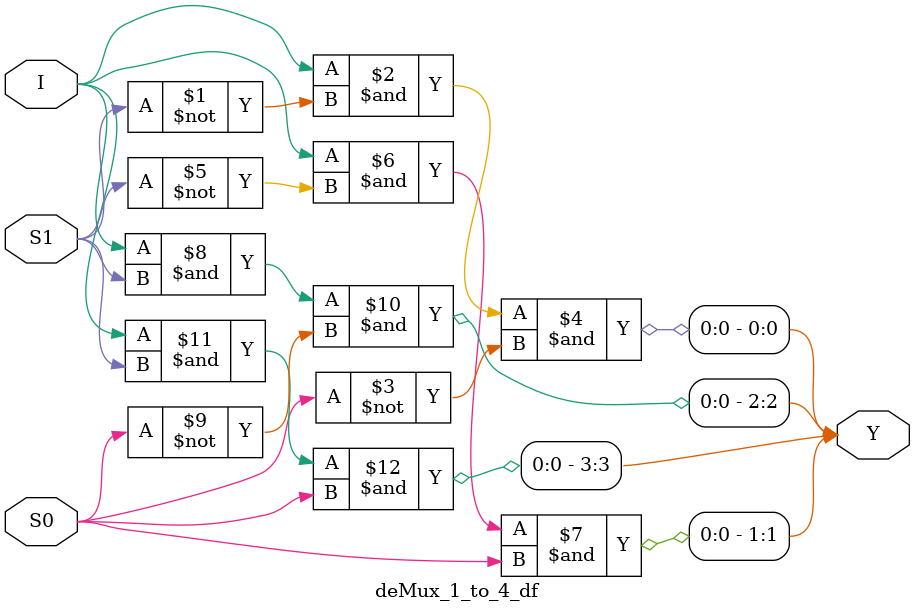
<source format=v>


module deMux_1_to_4_df(I, S1, S0, Y);
input I; input S1, S0;
output [3:0]Y;
assign Y[0] = I&~S1&~S0;
assign Y[1] = I&~S1&S0;
assign Y[2] = I&S1&~S0;
assign Y[3] = I&S1&S0;
endmodule
</source>
